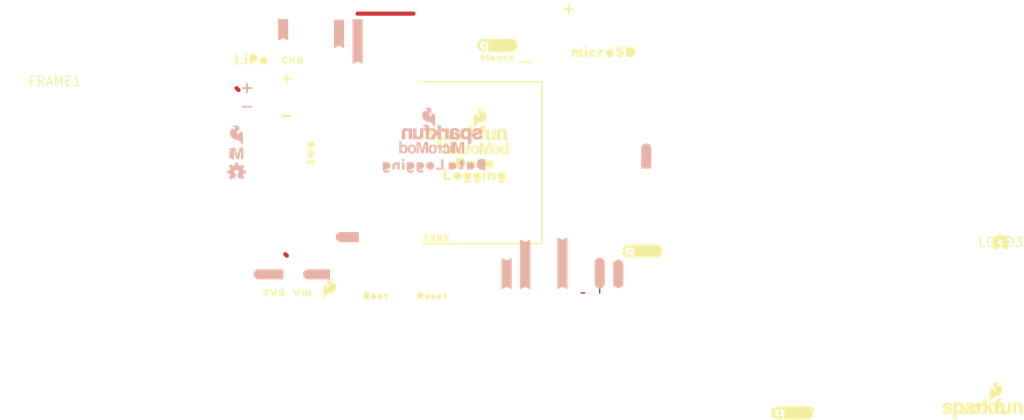
<source format=kicad_pcb>
(kicad_pcb (version 20241229) (generator "pcbnew") (generator_version "9.0")
  (layers (0 "F.Cu" signal) (2 "B.Cu" signal) (13 "F.Paste" user) (15 "B.Paste" user) (5 "F.SilkS" user "F.Silkscreen") (7 "B.SilkS" user "B.Silkscreen") (1 "F.Mask" user) (3 "B.Mask" user) (25 "Edge.Cuts" user))
  (net 0 "")
  (net 1 "Net-(J1-GND-Pad1)")
  (footprint "MicroMod-Datalogging-CarrierBoard:QWIIC_5.5MM" (layer "F.Cu") (at 156.1211 90.2716)
    (property "Reference" "LOGO5" (hide yes))
    (property "Value" "QWIIC_LOGO_CONNECTOR" (hide yes))
  )
  (footprint "MicroMod-Datalogging-CarrierBoard:##INT##6" (layer "F.Cu") (at 172.6311 123.4186 90)
    (property "Reference" "U$82" (hide yes))
    (property "Value" "" (hide yes))
  )
  (footprint "MicroMod-Datalogging-CarrierBoard:SFE_LOGO_NAME_FLAME_.1" (layer "F.Cu") (at 222.4 139.9)
    (property "Reference" "LOGO1" (at 0 0 0) (layer "F.SilkS") (effects (font (size 1.27 1.27))))
    (property "Value" "SFE_LOGO_NAME_FLAME.1_INCH" (hide yes))
  )
  (footprint "MicroMod-Datalogging-CarrierBoard:#SDA#4" (layer "F.Cu") (at 167.5511 123.4186 90)
    (property "Reference" "U$88" (hide yes))
    (property "Value" "" (hide yes))
  )
  (footprint "MicroMod-Datalogging-CarrierBoard:QWIIC_5.5MM" (layer "F.Cu") (at 196.428264 140.400193)
    (property "Reference" "LOGO2" (at 0 0 0) (layer "F.SilkS") (effects (font (size 1.27 1.27))))
    (property "Value" "QWIIC_LOGO_CONNECTOR" (hide yes))
  )
  (footprint "MicroMod-Datalogging-CarrierBoard:#G1_3V3#0" (layer "F.Cu") (at 137.0711 92.8116 90)
    (property "Reference" "U$64" (hide yes))
    (property "Value" "" (hide yes))
  )
  (footprint "MicroMod-Datalogging-CarrierBoard:#G2#3V3#3" (layer "F.Cu") (at 165.0111 123.5456 90)
    (property "Reference" "U$83" (hide yes))
    (property "Value" "" (hide yes))
  )
  (footprint "MicroMod-Datalogging-CarrierBoard:#SCL#5" (layer "F.Cu") (at 170.0911 123.4186 90)
    (property "Reference" "U$87" (hide yes))
    (property "Value" "" (hide yes))
  )
  (footprint "MicroMod-Datalogging-CarrierBoard:#GND#0" (layer "F.Cu") (at 162.4711 123.5456 90)
    (property "Reference" "U$32" (hide yes))
    (property "Value" "" (hide yes))
  )
  (footprint "MicroMod-Datalogging-CarrierBoard:#D1#0" (layer "F.Cu") (at 139.6111 92.1766 90)
    (property "Reference" "U$76" (hide yes))
    (property "Value" "" (hide yes))
  )
  (footprint "MicroMod-Datalogging-CarrierBoard:#D0#0" (layer "F.Cu") (at 142.1511 92.4306 90)
    (property "Reference" "U$77" (hide yes))
    (property "Value" "" (hide yes))
  )
  (footprint "MicroMod-Datalogging-CarrierBoard:MICROSD0" (layer "F.Cu") (at 165.1381 91.1606)
    (property "Reference" "U$11" (hide yes))
    (property "Value" "" (hide yes))
  )
  (footprint "MicroMod-Datalogging-CarrierBoard:#CIPO#0" (layer "F.Cu") (at 129.4511 91.1606 90)
    (property "Reference" "U$39" (hide yes))
    (property "Value" "" (hide yes))
  )
  (footprint "MicroMod-Datalogging-CarrierBoard:OSHW-LOGO-MINI" (layer "F.Cu") (at 224.80799 117.131268)
    (property "Reference" "LOGO3" (at 0 0 0) (layer "F.SilkS") (effects (font (size 1.27 1.27))))
    (property "Value" "OSHW-LOGOMINI" (hide yes))
  )
  (footprint "MicroMod-Datalogging-CarrierBoard:#A0#3" (layer "F.Cu") (at 152.3111 92.3036 90)
    (property "Reference" "U$78" (hide yes))
    (property "Value" "" (hide yes))
  )
  (footprint "MicroMod-Datalogging-CarrierBoard:#RX1#1" (layer "F.Cu") (at 154.8511 123.4186 90)
    (property "Reference" "U$86" (hide yes))
    (property "Value" "" (hide yes))
  )
  (footprint "MicroMod-Datalogging-CarrierBoard:#A1#2" (layer "F.Cu") (at 149.7711 92.1766 90)
    (property "Reference" "U$79" (hide yes))
    (property "Value" "" (hide yes))
  )
  (footprint "MicroMod-Datalogging-CarrierBoard:VIN1" (layer "F.Cu") (at 127.5461 124.0536)
    (property "Reference" "U$94" (hide yes))
    (property "Value" "" (hide yes))
  )
  (footprint "MicroMod-Datalogging-CarrierBoard:SFE_LOGO_FLAME_.1" (layer "F.Cu") (at 133.2611 123.4186)
    (property "Reference" "U$66" (hide yes))
    (property "Value" "" (hide yes))
  )
  (footprint "MicroMod-Datalogging-CarrierBoard:3V30" (layer "F.Cu") (at 123.4821 124.0536)
    (property "Reference" "U$93" (hide yes))
    (property "Value" "" (hide yes))
  )
  (footprint "MicroMod-Datalogging-CarrierBoard:SWD0" (layer "F.Cu") (at 130.7211 107.2896 90)
    (property "Reference" "U$97" (hide yes))
    (property "Value" "" (hide yes))
  )
  (footprint "MicroMod-Datalogging-CarrierBoard:SFE_LOGO_NAME_FLAME_.1" (layer "F.Cu") (at 152.0571 102.5906)
    (property "Reference" "LOGO1" (hide yes))
    (property "Value" "SFE_LOGO_NAME_FLAME.1_INCH" (hide yes))
  )
  (footprint "MicroMod-Datalogging-CarrierBoard:CHG1" (layer "F.Cu") (at 126.0221 92.3036)
    (property "Reference" "U$96" (hide yes))
    (property "Value" "" (hide yes))
  )
  (footprint "MicroMod-Datalogging-CarrierBoard:#GND#0" (layer "F.Cu") (at 152.3111 123.5456 90)
    (property "Reference" "U$24" (hide yes))
    (property "Value" "" (hide yes))
  )
  (footprint "MicroMod-Datalogging-CarrierBoard:DATA0" (layer "F.Cu") (at 149.3901 106.2736)
    (property "Reference" "U$16" (hide yes))
    (property "Value" "" (hide yes))
  )
  (footprint "MicroMod-Datalogging-CarrierBoard:##CS##0" (layer "F.Cu") (at 126.9111 89.6366 90)
    (property "Reference" "U$50" (hide yes))
    (property "Value" "" (hide yes))
  )
  (footprint "MicroMod-Datalogging-CarrierBoard:#TX1#2" (layer "F.Cu") (at 157.3911 123.5456 90)
    (property "Reference" "U$89" (hide yes))
    (property "Value" "" (hide yes))
  )
  (footprint "MicroMod-Datalogging-CarrierBoard:QWIIC_5.5MM" (layer "F.Cu") (at 175.9331 118.3386)
    (property "Reference" "LOGO2" (hide yes))
    (property "Value" "QWIIC_LOGO_CONNECTOR" (hide yes))
  )
  (footprint "MicroMod-Datalogging-CarrierBoard:#PWM0#0" (layer "F.Cu") (at 147.2311 94.8436 90)
    (property "Reference" "U$80" (hide yes))
    (property "Value" "" (hide yes))
  )
  (footprint "MicroMod-Datalogging-CarrierBoard:LIPO0" (layer "F.Cu") (at 119.2911 92.1766)
    (property "Reference" "U$15" (hide yes))
    (property "Value" "" (hide yes))
  )
  (footprint "MicroMod-Datalogging-CarrierBoard:MICROMOD_LOGO_.35" (layer "F.Cu") (at 153.2001 104.3686)
    (property "Reference" "U$63" (hide yes))
    (property "Value" "" (hide yes))
  )
  (footprint "MicroMod-Datalogging-CarrierBoard:BOOT0" (layer "F.Cu") (at 137.1981 124.4346)
    (property "Reference" "U$91" (hide yes))
    (property "Value" "" (hide yes))
  )
  (footprint "MicroMod-Datalogging-CarrierBoard:RESET1" (layer "F.Cu") (at 144.5641 124.4346)
    (property "Reference" "U$92" (hide yes))
    (property "Value" "" (hide yes))
  )
  (footprint "MicroMod-Datalogging-CarrierBoard:#GND#0" (layer "F.Cu") (at 124.3711 90.9066 90)
    (property "Reference" "U$6" (hide yes))
    (property "Value" "" (hide yes))
  )
  (footprint "MicroMod-Datalogging-CarrierBoard:MOUNT0" (layer "F.Cu") (at 153.2001 91.9226)
    (property "Reference" "U$14" (hide yes))
    (property "Value" "" (hide yes))
  )
  (footprint "MicroMod-Datalogging-CarrierBoard:CREATIVE_COMMONS" (layer "F.Cu") (at 95.7689 95.173)
    (property "Reference" "FRAME1" (at 0 0 0) (layer "F.SilkS") (effects (font (size 1.27 1.27))))
    (property "Value" "FRAME-LEDGER" (hide yes))
  )
  (footprint "MicroMod-Datalogging-CarrierBoard:#G1#3V3#0" (layer "F.Cu") (at 159.9311 123.5456 90)
    (property "Reference" "U$90" (hide yes))
    (property "Value" "" (hide yes))
  )
  (footprint "MicroMod-Datalogging-CarrierBoard:#GND#0" (layer "F.Cu") (at 157.3911 85.9536)
    (property "Reference" "U$42" (hide yes))
    (property "Value" "" (hide yes))
  )
  (footprint "MicroMod-Datalogging-CarrierBoard:#PWM1#1" (layer "F.Cu") (at 144.6911 94.5896 90)
    (property "Reference" "U$81" (hide yes))
    (property "Value" "" (hide yes))
  )
  (footprint "MicroMod-Datalogging-CarrierBoard:LOGGING1" (layer "F.Cu") (at 147.7391 107.9246)
    (property "Reference" "U$19" (hide yes))
    (property "Value" "" (hide yes))
  )
  (footprint "MicroMod-Datalogging-CarrierBoard:#COPI#0" (layer "F.Cu") (at 131.9911 91.2876 90)
    (property "Reference" "U$72" (hide yes))
    (property "Value" "" (hide yes))
  )
  (footprint "MicroMod-Datalogging-CarrierBoard:#BYP#3" (layer "F.Cu") (at 122.5931 105.0036)
    (property "Reference" "U$95" (hide yes))
    (property "Value" "" (hide yes))
  )
  (footprint "MicroMod-Datalogging-CarrierBoard:22220" (layer "F.Cu") (at 145.3261 116.5606)
    (property "Reference" "U$20" (hide yes))
    (property "Value" "" (hide yes))
  )
  (footprint "MicroMod-Datalogging-CarrierBoard:#SCK#0" (layer "F.Cu") (at 134.5311 90.6526 90)
    (property "Reference" "U$7" (hide yes))
    (property "Value" "" (hide yes))
  )
  (footprint "MicroMod-Datalogging-CarrierBoard:#RST#0" (layer "B.Cu") (at 142.9131 121.5136 180)
    (property "Reference" "U$30" (hide yes))
    (property "Value" "" (hide yes))
  )
  (footprint "MicroMod-Datalogging-CarrierBoard:#I2C#0" (layer "B.Cu") (at 176.4411 107.4166 90)
    (property "Reference" "U$22" (hide yes))
    (property "Value" "" (hide yes))
  )
  (footprint "MicroMod-Datalogging-CarrierBoard:#G1_3V3#0" (layer "B.Cu") (at 137.0711 92.8116 90)
    (property "Reference" "U$65" (hide yes))
    (property "Value" "" (hide yes))
  )
  (footprint "MicroMod-Datalogging-CarrierBoard:#SDA#4" (layer "B.Cu") (at 167.5511 123.4186 90)
    (property "Reference" "U$31" (hide yes))
    (property "Value" "" (hide yes))
  )
  (footprint "MicroMod-Datalogging-CarrierBoard:#SCK#0" (layer "B.Cu") (at 134.5311 90.6526 90)
    (property "Reference" "U$8" (hide yes))
    (property "Value" "" (hide yes))
  )
  (footprint "MicroMod-Datalogging-CarrierBoard:#GND#0" (layer "B.Cu") (at 161.9631 85.9536 180)
    (property "Reference" "U$34" (hide yes))
    (property "Value" "" (hide yes))
  )
  (footprint "MicroMod-Datalogging-CarrierBoard:#RX1#1" (layer "B.Cu") (at 154.8511 123.4186 90)
    (property "Reference" "U$17" (hide yes))
    (property "Value" "" (hide yes))
  )
  (footprint "MicroMod-Datalogging-CarrierBoard:SFE_LOGO_FLAME_.1" (layer "B.Cu") (at 120.5611 102.4636 180)
    (property "Reference" "U$1" (hide yes))
    (property "Value" "" (hide yes))
  )
  (footprint "MicroMod-Datalogging-CarrierBoard:#COPI#0" (layer "B.Cu") (at 131.9911 91.2876 90)
    (property "Reference" "U$73" (hide yes))
    (property "Value" "" (hide yes))
  )
  (footprint "MicroMod-Datalogging-CarrierBoard:#GND#0" (layer "B.Cu") (at 124.3711 90.9066 90)
    (property "Reference" "U$18" (hide yes))
    (property "Value" "" (hide yes))
  )
  (footprint "MicroMod-Datalogging-CarrierBoard:SFE_LOGO_NAME_FLAME_.1" (layer "B.Cu") (at 148.5011 102.4636 180)
    (property "Reference" "LOGO4" (hide yes))
    (property "Value" "SFE_LOGO_NAME_FLAME.1_INCH" (hide yes))
  )
  (footprint "MicroMod-Datalogging-CarrierBoard:#MEAS#3" (layer "B.Cu") (at 131.6101 117.1956 180)
    (property "Reference" "U$28" (hide yes))
    (property "Value" "" (hide yes))
  )
  (footprint "MicroMod-Datalogging-CarrierBoard:MICROMOD_LOGO_.35" (layer "B.Cu") (at 147.2311 104.2416 180)
    (property "Reference" "U$37" (hide yes))
    (property "Value" "" (hide yes))
  )
  (footprint "MicroMod-Datalogging-CarrierBoard:#PWM0#0" (layer "B.Cu") (at 147.2311 94.8436 90)
    (property "Reference" "U$10" (hide yes))
    (property "Value" "" (hide yes))
  )
  (footprint "MicroMod-Datalogging-CarrierBoard:##CS##0" (layer "B.Cu") (at 126.9111 89.6366 90)
    (property "Reference" "U$51" (hide yes))
    (property "Value" "" (hide yes))
  )
  (footprint "MicroMod-Datalogging-CarrierBoard:#SCL#5" (layer "B.Cu") (at 170.0911 123.4186 90)
    (property "Reference" "U$35" (hide yes))
    (property "Value" "" (hide yes))
  )
  (footprint "MicroMod-Datalogging-CarrierBoard:LOGGING1" (layer "B.Cu") (at 149.8981 106.5276 180)
    (property "Reference" "U$26" (hide yes))
    (property "Value" "" (hide yes))
  )
  (footprint "MicroMod-Datalogging-CarrierBoard:#D0#0" (layer "B.Cu") (at 142.1511 92.4306 90)
    (property "Reference" "U$3" (hide yes))
    (property "Value" "" (hide yes))
  )
  (footprint "MicroMod-Datalogging-CarrierBoard:#GND#0" (layer "B.Cu") (at 162.4711 123.5456 90)
    (property "Reference" "U$36" (hide yes))
    (property "Value" "" (hide yes))
  )
  (footprint "MicroMod-Datalogging-CarrierBoard:#G1#3V3#0" (layer "B.Cu") (at 159.9311 123.5456 90)
    (property "Reference" "U$25" (hide yes))
    (property "Value" "" (hide yes))
  )
  (footprint "MicroMod-Datalogging-CarrierBoard:#D1#0" (layer "B.Cu") (at 139.6111 92.1766 90)
    (property "Reference" "U$2" (hide yes))
    (property "Value" "" (hide yes))
  )
  (footprint "MicroMod-Datalogging-CarrierBoard:#3V3#2" (layer "B.Cu") (at 127.2921 121.5136 180)
    (property "Reference" "U$4" (hide yes))
    (property "Value" "" (hide yes))
  )
  (footprint "MicroMod-Datalogging-CarrierBoard:#TX1#2" (layer "B.Cu") (at 157.3911 123.5456 90)
    (property "Reference" "U$21" (hide yes))
    (property "Value" "" (hide yes))
  )
  (footprint "MicroMod-Datalogging-CarrierBoard:#G2#3V3#3" (layer "B.Cu") (at 165.0111 123.5456 90)
    (property "Reference" "U$29" (hide yes))
    (property "Value" "" (hide yes))
  )
  (footprint "MicroMod-Datalogging-CarrierBoard:#VE#0" (layer "B.Cu") (at 137.5791 116.4336 180)
    (property "Reference" "U$41" (hide yes))
    (property "Value" "" (hide yes))
  )
  (footprint "MicroMod-Datalogging-CarrierBoard:DATA0" (layer "B.Cu") (at 155.6131 106.5276 180)
    (property "Reference" "U$23" (hide yes))
    (property "Value" "" (hide yes))
  )
  (footprint "MicroMod-Datalogging-CarrierBoard:MICROMOD_MI_LOGO_.35" (layer "B.Cu") (at 120.5611 105.0036 180)
    (property "Reference" "U$62" (hide yes))
    (property "Value" "" (hide yes))
  )
  (footprint "MicroMod-Datalogging-CarrierBoard:#CIPO#0" (layer "B.Cu") (at 129.4511 91.1606 90)
    (property "Reference" "U$40" (hide yes))
    (property "Value" "" (hide yes))
  )
  (footprint "MicroMod-Datalogging-CarrierBoard:##INT##6" (layer "B.Cu") (at 172.6311 123.4186 90)
    (property "Reference" "U$38" (hide yes))
    (property "Value" "" (hide yes))
  )
  (footprint "MicroMod-Datalogging-CarrierBoard:#PWM1#1" (layer "B.Cu") (at 144.6911 94.5896 90)
    (property "Reference" "U$9" (hide yes))
    (property "Value" "" (hide yes))
  )
  (footprint "MicroMod-Datalogging-CarrierBoard:#A0#3" (layer "B.Cu") (at 152.3111 92.3036 90)
    (property "Reference" "U$13" (hide yes))
    (property "Value" "" (hide yes))
  )
  (footprint "MicroMod-Datalogging-CarrierBoard:#GND#0" (layer "B.Cu") (at 152.3111 123.5456 90)
    (property "Reference" "U$27" (hide yes))
    (property "Value" "" (hide yes))
  )
  (footprint "MicroMod-Datalogging-CarrierBoard:#A1#2" (layer "B.Cu") (at 149.7711 92.1766 90)
    (property "Reference" "U$12" (hide yes))
    (property "Value" "" (hide yes))
  )
  (footprint "MicroMod-Datalogging-CarrierBoard:#VIN#1" (layer "B.Cu") (at 133.6421 121.5136 180)
    (property "Reference" "U$33" (hide yes))
    (property "Value" "" (hide yes))
  )
  (footprint "MicroMod-Datalogging-CarrierBoard:#BATT#0" (layer "B.Cu") (at 126.9111 106.6546 90)
    (property "Reference" "U$5" (hide yes))
    (property "Value" "" (hide yes))
  )
  (footprint "MicroMod-Datalogging-CarrierBoard:OSHW-LOGO-MINI" (layer "B.Cu") (at 120.5611 107.5436 180)
    (property "Reference" "LOGO3" (hide yes))
    (property "Value" "OSHW-LOGOMINI" (hide yes))
  )
  (gr_line (start 162.2061 117.3226) (end 145.9611 117.3226) (stroke (width 0.2032)) (layer "F.SilkS"))
  (gr_line (start 145.9611 95.2246) (end 162.2061 95.2246) (stroke (width 0.2032)) (layer "F.SilkS"))
  (gr_line (start 162.2061 95.2246) (end 162.2061 117.3226) (stroke (width 0.2032)) (layer "F.SilkS"))
  (gr_text "-" (at 126.2761 100.6856 0) (layer "F.SilkS") (effects (font (size 1.5113 1.5113) (thickness 0.2667)) (justify left bottom)))
  (gr_text "+" (at 166.6621 86.4616 90) (layer "F.SilkS") (effects (font (size 1.5113 1.5113) (thickness 0.2667)) (justify left bottom)))
  (gr_text "-" (at 158.959127 93.356938 0) (layer "F.SilkS") (effects (font (size 1.5113 1.5113) (thickness 0.2667)) (justify left bottom)))
  (gr_text "+" (at 126.2761 95.6056 0) (layer "F.SilkS") (effects (font (size 1.5113 1.5113) (thickness 0.2667)) (justify left bottom)))
  (gr_text "-" (at 123.1011 99.4156 -0) (layer "B.SilkS") (effects (font (size 1.5113 1.5113) (thickness 0.2667)) (justify left bottom mirror)))
  (gr_text "+" (at 123.1011 96.8756 -0) (layer "B.SilkS") (effects (font (size 1.5113 1.5113) (thickness 0.2667)) (justify left bottom mirror)))
  (segment (start 170.0911 123.4186) (end 170.0911 124.0536) (width 0.1778) (layer "F.Cu") (net 0))
  (segment (start 120.8311 96.3836) (end 120.5611 96.1136) (width 0.5588) (layer "F.Cu") (net 0))
  (segment (start 127.4191 118.9736) (end 127.2061 118.7606) (width 0.5588) (layer "F.Cu") (net 0))
  (segment (start 168.0591 124.0536) (end 167.5511 124.0536) (width 0.1778) (layer "F.Cu") (net 0))
  (segment (start 142.1511 85.9536) (end 144.6911 85.9536) (width 0.5588) (layer "F.Cu") (net 1))
  (segment (start 139.6111 85.9536) (end 142.1511 85.9536) (width 0.5588) (layer "F.Cu") (net 1))
  (segment (start 137.0711 85.9536) (end 139.6111 85.9536) (width 0.5588) (layer "F.Cu") (net 1))
)
</source>
